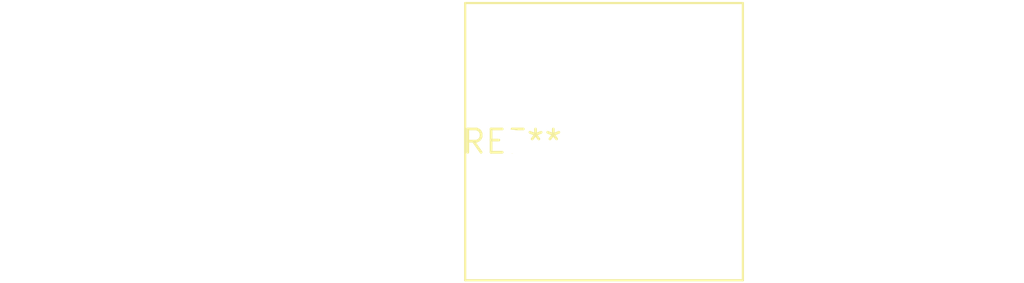
<source format=kicad_pcb>
(kicad_pcb (version 20240108) (generator pcbnew)
  (layers (0 "F.Cu" signal) (31 "B.Cu" signal) (34 "B.Paste" user) (35 "F.Paste" user) (36 "B.SilkS" user "B.Silkscreen") (37 "F.SilkS" user "F.Silkscreen") (38 "B.Mask" user) (39 "F.Mask" user) (44 "Edge.Cuts" user))
  (net 0 "")
  (footprint "Fuseholder_Cylinder-5x20mm_EATON_HBV_Vertical_Closed" (layer "F.Cu") (at 0 0)
    (property "Reference" "REF**")
    (property "Value" "Fuseholder_Cylinder-5x20mm_EATON_HBV_Vertical_Closed")
    (fp_line (start -2.56 -7.56) (end 12.56 -7.56) (layer "F.SilkS") (stroke (width 0.12)))
    (fp_line (start -2.56 7.56) (end -2.56 -7.56) (layer "F.SilkS") (stroke (width 0.12)))
    (fp_line (start 12.56 -7.56) (end 12.56 7.56) (layer "F.SilkS") (stroke (width 0.12)))
    (fp_line (start 12.56 7.56) (end -2.56 7.56) (layer "F.SilkS") (stroke (width 0.12)))
    (pad "" np_thru_hole circle (at 0 -5) (size 2.54 2.54) (drill 2.54) (layers *.Cu *.Mask))
    (pad "" np_thru_hole circle (at 0 5) (size 2.54 2.54) (drill 2.54) (layers *.Cu *.Mask))
    (pad "" np_thru_hole circle (at 10 -5) (size 2.54 2.54) (drill 2.54) (layers *.Cu *.Mask))
    (pad "" np_thru_hole circle (at 10 5) (size 2.54 2.54) (drill 2.54) (layers *.Cu *.Mask))
    (pad "1" thru_hole circle (at 0 0) (size 2.3 2.3) (drill 1.3) (layers *.Cu *.Mask) (remove_unused_layers))
    (pad "2" thru_hole circle (at 10 0) (size 2.3 2.3) (drill 1.3) (layers *.Cu *.Mask) (remove_unused_layers))
  )
)
</source>
